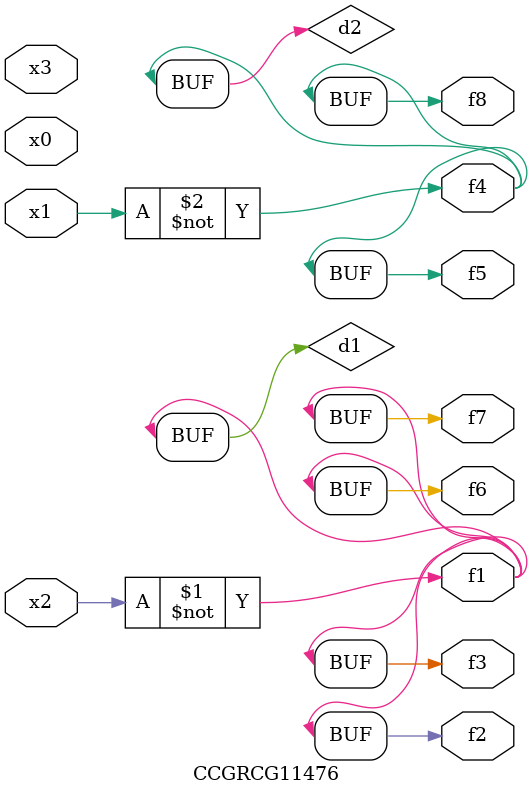
<source format=v>
module CCGRCG11476(
	input x0, x1, x2, x3,
	output f1, f2, f3, f4, f5, f6, f7, f8
);

	wire d1, d2;

	xnor (d1, x2);
	not (d2, x1);
	assign f1 = d1;
	assign f2 = d1;
	assign f3 = d1;
	assign f4 = d2;
	assign f5 = d2;
	assign f6 = d1;
	assign f7 = d1;
	assign f8 = d2;
endmodule

</source>
